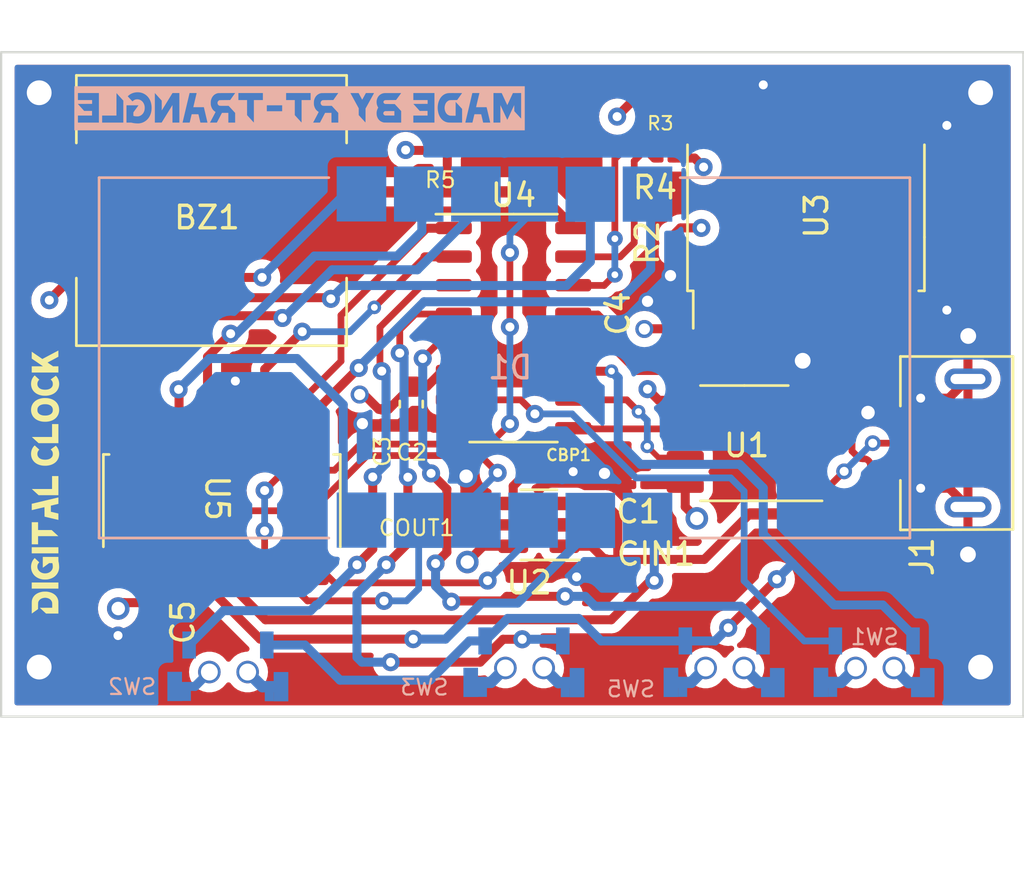
<source format=kicad_pcb>
(kicad_pcb (version 20221018) (generator pcbnew)
  (title_block (title "Digital  Clock") (date "2022-08-19") (rev "第七次修订") (company "Rt-trangel"))
  (layers (0 "F.Cu" signal) (1 "In1.Cu" power "GND.Cu") (2 "In2.Cu" power "POWER.Cu") (31 "B.Cu" signal) (34 "B.Paste" user) (35 "F.Paste" user) (36 "B.SilkS" user "B.Silkscreen") (37 "F.SilkS" user "F.Silkscreen") (38 "B.Mask" user) (39 "F.Mask" user) (44 "Edge.Cuts" user))
  (net 0 "")
  (net 1 "/P1.1")
  (net 2 "GND")
  (net 3 "VCC")
  (net 4 "/DIG1")
  (net 5 "/DIG4")
  (net 6 "/DIG2")
  (net 7 "/DIG3")
  (net 8 "/A")
  (net 9 "/B")
  (net 10 "/C")
  (net 11 "/D")
  (net 12 "/E")
  (net 13 "/F")
  (net 14 "/G")
  (net 15 "/DP")
  (net 16 "/UD-")
  (net 17 "/UD+")
  (net 18 "/~{INT2}")
  (net 19 "/P3.7")
  (net 20 "/P1.0")
  (net 21 "/P3.2")
  (net 22 "/P1.4")
  (net 23 "/P1.5")
  (net 24 "/P5.4")
  (net 25 "/RX")
  (net 26 "/TX")
  (net 27 "/P3.3")
  (net 28 "/P1.2")
  (net 29 "/P1.3")
  (net 30 "/P5.5")
  (net 31 "Net-(U2-BP)")
  (net 32 "Net-(J1-VBUS)")
  (footprint "Resistor_SMD:R_0201_0603Metric" (layer "F.Cu") (at 71.87 21.46)
    (fp_text reference "R3")
    (fp_text value "10K")
  )
  (footprint "Digital Clock:Buzzer1230" (layer "F.Cu") (at 52.75 30.93)
    (fp_text reference "BZ1")
    (fp_text value "Buzzer")
  )
  (footprint "Capacitor_SMD:C_0201_0603Metric" (layer "F.Cu") (at 50.01 44.16 -90)
    (fp_text reference "C5")
    (fp_text value "104")
  )
  (footprint "Capacitor_SMD:C_0201_0603Metric" (layer "F.Cu") (at 73.1 31.36 90)
    (fp_text reference "C4")
    (fp_text value "1uF")
  )
  (footprint "Capacitor_SMD:C_0201_0603Metric" (layer "F.Cu") (at 67.1068 38.0238)
    (fp_text reference "CBP1")
    (fp_text value "0.01uF")
  )
  (footprint "Capacitor_SMD:C_0603_1608Metric" (layer "F.Cu") (at 61.62 35.025 90)
    (fp_text reference "C2")
    (fp_text value "47uF")
  )
  (footprint "Digital Clock:TM1650" (layer "F.Cu") (at 56.01 38.26 -90)
    (fp_text reference "U5")
    (fp_text value "TM1650")
  )
  (footprint "LOGO" (layer "F.Cu") (at 45.38 38.47 90)
    (fp_text reference "G2" hide)
    (fp_text value "LOGO" hide)
  )
  (footprint "Capacitor_SMD:C_0201_0603Metric" (layer "F.Cu") (at 64.262 40.6654 -90)
    (fp_text reference "COUT1")
    (fp_text value "1uF")
  )
  (footprint "Resistor_SMD:R_0201_0603Metric" (layer "F.Cu") (at 72.91 24.1)
    (fp_text reference "R4")
    (fp_text value "10K")
  )
  (footprint "Package_TO_SOT_SMD:SOT-23-5" (layer "F.Cu") (at 67.2846 40.386 180)
    (fp_text reference "U2")
    (fp_text value "SGM2028")
  )
  (footprint "Digital Clock:USB" (layer "F.Cu") (at 86.2775 36.88 90)
    (fp_text reference "J1")
    (fp_text value "USB_B_Micro")
  )
  (footprint "Package_SO:STC_SOP-16_3.9x9.9mm_P1.27mm" (layer "F.Cu") (at 66.16 31.65)
    (fp_text reference "U4")
    (fp_text value "STC15W207S")
  )
  (footprint "Resistor_SMD:R_0201_0603Metric" (layer "F.Cu") (at 62.93 23.76)
    (fp_text reference "R5")
    (fp_text value "1650R")
  )
  (footprint "Capacitor_SMD:C_0201_0603Metric" (layer "F.Cu") (at 71.7 38.6 180)
    (fp_text reference "C1")
    (fp_text value "104")
  )
  (footprint "Capacitor_SMD:C_0201_0603Metric" (layer "F.Cu") (at 70.2056 42.2402 90)
    (fp_text reference "CIN1")
    (fp_text value "1uF")
  )
  (footprint "Package_SO:SOP-8_3.9x4.9mm_P1.27mm" (layer "F.Cu") (at 76.41 36.76 180)
    (fp_text reference "U1")
    (fp_text value "CH340N")
  )
  (footprint "Digital Clock:DS3231" (layer "F.Cu") (at 78.51 26.56 90)
    (fp_text reference "U3")
    (fp_text value "DS3231")
  )
  (footprint "Capacitor_SMD:C_0201_0603Metric" (layer "F.Cu") (at 60.37 35.575 90)
    (fp_text reference "C3")
    (fp_text value "0.1uF")
  )
  (footprint "Resistor_SMD:R_0201_0603Metric" (layer "F.Cu") (at 73.21 27.88 -90)
    (fp_text reference "R2")
    (fp_text value "10K")
  )
  (footprint "Digital Clock:Switch" (layer "B.Cu") (at 53.566 46.9)
    (fp_text reference "SW2")
    (fp_text value "SW_Push")
  )
  (footprint "Digital Clock:Switch" (layer "B.Cu") (at 75.6 46.72)
    (fp_text reference "SW5")
    (fp_text value "SW_Push")
  )
  (footprint "Digital Clock:Digital_tube" (layer "B.Cu") (at 67.56 26.49 180)
    (fp_text reference "D1")
    (fp_text value "Digital_tube")
  )
  (footprint "Digital Clock:Switch" (layer "B.Cu") (at 82.26 46.72)
    (fp_text reference "SW1")
    (fp_text value "SW_Push")
  )
  (footprint "Digital Clock:Switch" (layer "B.Cu") (at 66.71 46.72)
    (fp_text reference "SW3")
    (fp_text value "SW_Push")
  )
  (footprint "LOGO" (layer "B.Cu") (at 56.66 21.89 180)
    (fp_text reference "G1" hide)
    (fp_text value "LOGO" hide)
  )
  (gr_rect (start 43.41 19.4) (end 88.8 48.9) (stroke (width 0.1)) (fill none) (layer "Edge.Cuts"))
  (segment (start 58.4225 26.3475) (end 59.17 25.6) (width 0.5) (layer "F.Cu") (net 1))
  (segment (start 63.22 24) (end 63.22 25.575) (width 0.4) (layer "F.Cu") (net 1))
  (segment (start 68.71 27.11) (end 68.71 27.215) (width 0.5) (layer "F.Cu") (net 1))
  (segment (start 59.17 25.6) (end 67.2 25.6) (width 0.5) (layer "F.Cu") (net 1))
  (segment (start 46.4225 29.5275) (end 46.4225 26.3475) (width 0.4) (layer "F.Cu") (net 1))
  (segment (start 45.55 30.4) (end 46.4225 29.5275) (width 0.4) (layer "F.Cu") (net 1))
  (segment (start 45.55 30.41) (end 45.55 30.4) (width 0.4) (layer "F.Cu") (net 1))
  (segment (start 67.2 25.6) (end 68.71 27.11) (width 0.5) (layer "F.Cu") (net 1))
  (via (at 45.55 30.41) (size 0.8) (drill 0.4) (layers "F.Cu" "B.Cu") (net 1))
  (segment (start 73.1 29.35) (end 73.13 29.32) (width 0.4) (layer "F.Cu") (net 2))
  (segment (start 83.6775 35.46) (end 83.6775 36.11) (width 0.4) (layer "F.Cu") (net 2))
  (segment (start 61.525 35.895) (end 61.62 35.8) (width 0.4) (layer "F.Cu") (net 2))
  (segment (start 64.0588 38.227) (end 64.262 38.4302) (width 0.4) (layer "F.Cu") (net 2))
  (segment (start 79 33.1) (end 79.035 33.135) (width 0.4) (layer "F.Cu") (net 2))
  (segment (start 77.25 20.85) (end 77.245 20.855) (width 0.4) (layer "F.Cu") (net 2))
  (segment (start 85.4875 34.76) (end 86.3375 33.91) (width 0.4) (layer "F.Cu") (net 2))
  (segment (start 86.3375 32.0125) (end 86.3375 33.91) (width 0.4) (layer "F.Cu") (net 2))
  (segment (start 73.9 30.86) (end 73.1 30.06) (width 0.4) (layer "F.Cu") (net 2))
  (segment (start 70.7 38.6) (end 71.38 38.6) (width 0.4) (layer "F.Cu") (net 2))
  (segment (start 48.6 45.3) (end 49.19 45.3) (width 0.4) (layer "F.Cu") (net 2))
  (segment (start 53.81 34) (end 53.845 34.035) (width 0.5) (layer "F.Cu") (net 2))
  (segment (start 68.3815 40.3454) (end 68.4221 40.386) (width 0.4) (layer "F.Cu") (net 2))
  (segment (start 81.96 35.46) (end 83.6775 35.46) (width 0.4) (layer "F.Cu") (net 2))
  (segment (start 53.845 34.035) (end 53.845 36.36) (width 0.5) (layer "F.Cu") (net 2))
  (segment (start 78.515 22.61) (end 79.785 22.61) (width 0.4) (layer "F.Cu") (net 2))
  (segment (start 69.0982 42.5602) (end 70.2056 42.5602) (width 0.4) (layer "F.Cu") (net 2))
  (segment (start 86.3375 41.70026) (end 86.337907 41.700667) (width 0.4) (layer "F.Cu") (net 2))
  (segment (start 79.035 36.125) (end 79.035 34.855) (width 0.4) (layer "F.Cu") (net 2))
  (segment (start 61.63 35.81) (end 62.33 35.81) (width 0.4) (layer "F.Cu") (net 2))
  (segment (start 82.32 30.86) (end 83.59 30.86) (width 0.4) (layer "F.Cu") (net 2))
  (segment (start 79.78 30.86) (end 81.05 30.86) (width 0.4) (layer "F.Cu") (net 2))
  (segment (start 85.39 30.86) (end 85.4 30.85) (width 0.4) (layer "F.Cu") (net 2))
  (segment (start 86.3375 39.59) (end 86.3375 36.79) (width 0.4) (layer "F.Cu") (net 2))
  (segment (start 86.3375 33.91) (end 86.3375 36.79) (width 0.4) (layer "F.Cu") (net 2))
  (segment (start 74.7 30.86) (end 73.9 30.86) (width 0.4) (layer "F.Cu") (net 2))
  (segment (start 79.785 22.61) (end 81.055 22.61) (width 0.4) (layer "F.Cu") (net 2))
  (segment (start 62.615 36.095) (end 63.51 36.095) (width 0.4) (layer "F.Cu") (net 2))
  (segment (start 86.35 32) (end 86.3375 32.0125) (width 0.4) (layer "F.Cu") (net 2))
  (segment (start 85.36 22.61) (end 85.4 22.65) (width 0.4) (layer "F.Cu") (net 2))
  (segment (start 59.455 35.895) (end 60.37 35.895) (width 0.4) (layer "F.Cu") (net 2))
  (segment (start 86.3375 39.59) (end 86.3375 41.70026) (width 0.4) (layer "F.Cu") (net 2))
  (segment (start 79.035 33.135) (end 79.035 34.855) (width 0.4) (layer "F.Cu") (net 2))
  (segment (start 83.59 30.86) (end 85.39 30.86) (width 0.4) (layer "F.Cu") (net 2))
  (segment (start 72.11 30.46) (end 72.52 30.46) (width 0.4) (layer "F.Cu") (net 2))
  (segment (start 82.325 22.61) (end 83.595 22.61) (width 0.4) (layer "F.Cu") (net 2))
  (segment (start 49.19 45.3) (end 50.01 44.48) (width 0.4) (layer "F.Cu") (net 2))
  (segment (start 60.37 35.895) (end 61.525 35.895) (width 0.4) (layer "F.Cu") (net 2))
  (segment (start 73.1 30.06) (end 73.1 29.35) (width 0.4) (layer "F.Cu") (net 2))
  (segment (start 72.52 30.46) (end 73.1 31.04) (width 0.4) (layer "F.Cu") (net 2))
  (segment (start 81.05 30.86) (end 82.32 30.86) (width 0.4) (layer "F.Cu") (net 2))
  (segment (start 64.262 40.3454) (end 68.3815 40.3454) (width 0.4) (layer "F.Cu") (net 2))
  (segment (start 68.961 42.6974) (end 69.0982 42.5602) (width 0.4) (layer "F.Cu") (net 2))
  (segment (start 70.2 38.1) (end 70.7 38.6) (width 0.4) (layer "F.Cu") (net 2))
  (segment (start 84.2375 38.76) (end 85.5075 38.76) (width 0.4) (layer "F.Cu") (net 2))
  (segment (start 67.4268 38.0238) (end 68.8086 38.0238) (width 0.4) (layer "F.Cu") (net 2))
  (segment (start 84.2375 34.76) (end 85.4875 34.76) (width 0.4) (layer "F.Cu") (net 2))
  (segment (start 59.45 35.89) (end 59.455 35.895) (width 0.4) (layer "F.Cu") (net 2))
  (segment (start 62.33 35.81) (end 62.615 36.095) (width 0.4) (layer "F.Cu") (net 2))
  (segment (start 61.62 35.8) (end 61.63 35.81) (width 0.4) (layer "F.Cu") (net 2))
  (segment (start 85.5075 38.76) (end 86.3375 39.59) (width 0.4) (layer "F.Cu") (net 2))
  (segment (start 64.262 38.4302) (end 64.262 40.3454) (width 0.4) (layer "F.Cu") (net 2))
  (segment (start 83.595 22.61) (end 85.36 22.61) (width 0.4) (layer "F.Cu") (net 2))
  (segment (start 77.245 20.855) (end 77.245 22.61) (width 0.4) (layer "F.Cu") (net 2))
  (segment (start 81.055 22.61) (end 82.325 22.61) (width 0.4) (layer "F.Cu") (net 2))
  (via (at 72.11 30.46) (size 0.8) (drill 0.5) (layers "F.Cu" "B.Cu") (net 2))
  (via (at 85.4 22.65) (size 0.8) (drill 0.4) (layers "F.Cu" "B.Cu") (net 2))
  (via (at 70.2 38.1) (size 0.8) (drill 0.5) (layers "F.Cu" "B.Cu") (net 2))
  (via (at 86.9 21.199999) (size 2) (drill 1.1) (layers "F.Cu" "B.Cu") (net 2))
  (via (at 79 33.1) (size 1.2) (drill 0.7) (layers "F.Cu" "B.Cu") (net 2))
  (via (at 64.0588 38.227) (size 1) (drill 0.6) (layers "F.Cu" "B.Cu") (net 2))
  (via (at 81.9 35.4) (size 1) (drill 0.6) (layers "F.Cu" "B.Cu") (net 2))
  (via (at 68.8086 38.0238) (size 0.8) (drill 0.4) (layers "F.Cu" "B.Cu") (net 2))
  (via (at 48.6 45.3) (size 0.8) (drill 0.4) (layers "F.Cu" "B.Cu") (net 2))
  (via (at 86.35 32) (size 1.2) (drill 0.7) (layers "F.Cu" "B.Cu") (net 2))
  (via (at 68.961 42.6974) (size 0.8) (drill 0.4) (layers "F.Cu" "B.Cu") (net 2))
  (via (at 86.337907 41.700667) (size 1.2) (drill 0.7) (layers "F.Cu" "B.Cu") (net 2))
  (via (at 45.1 46.7) (size 2) (drill 1.1) (layers "F.Cu" "B.Cu") (net 2))
  (via (at 59.45 35.89) (size 0.8) (drill 0.5) (layers "F.Cu" "B.Cu") (net 2))
  (via (at 73.13 29.32) (size 0.8) (drill 0.5) (layers "F.Cu" "B.Cu") (net 2))
  (via (at 86.9 46.7) (size 2) (drill 1.1) (layers "F.Cu" "B.Cu") (net 2))
  (via (at 45.1 21.2) (size 2) (drill 1.1) (layers "F.Cu" "B.Cu") (net 2))
  (via (at 53.81 34) (size 0.8) (drill 0.4) (layers "F.Cu" "B.Cu") (net 2))
  (via (at 85.4 30.85) (size 0.8) (drill 0.4) (layers "F.Cu" "B.Cu") (net 2))
  (via (at 77.25 20.85) (size 0.8) (drill 0.4) (layers "F.Cu" "B.Cu") (net 2))
  (segment (start 74.05 47.38) (end 74.69 46.74) (width 0.5) (layer "B.Cu") (net 2))
  (segment (start 64.26 47.38) (end 65.16 47.38) (width 0.5) (layer "B.Cu") (net 2))
  (segment (start 51.116 47.56) (end 52.016 47.56) (width 0.4) (layer "B.Cu") (net 2))
  (segment (start 55.836 47.57) (end 55.006 47.57) (width 0.5) (layer "B.Cu") (net 2))
  (segment (start 68.98 47.39) (end 68.15 47.39) (width 0.5) (layer "B.Cu") (net 2))
  (segment (start 77.04 47.39) (end 76.39 46.74) (width 0.5) (layer "B.Cu") (net 2))
  (segment (start 52.016 47.56) (end 52.656 46.92) (width 0.4) (layer "B.Cu") (net 2))
  (segment (start 65.16 47.38) (end 65.8 46.74) (width 0.5) (layer "B.Cu") (net 2))
  (segment (start 52.61 46.68) (end 52.67 46.68) (width 0.4) (layer "B.Cu") (net 2))
  (segment (start 68.15 47.39) (end 67.5 46.74) (width 0.5) (layer "B.Cu") (net 2))
  (segment (start 55.006 47.57) (end 54.356 46.92) (width 0.5) (layer "B.Cu") (net 2))
  (segment (start 73.15 47.38) (end 74.05 47.38) (width 0.5) (layer "B.Cu") (net 2))
  (segment (start 79.81 47.38) (end 80.71 47.38) (width 0.5) (layer "B.Cu") (net 2))
  (segment (start 84.53 47.39) (end 83.7 47.39) (width 0.5) (layer "B.Cu") (net 2))
  (segment (start 77.87 47.39) (end 77.04 47.39) (width 0.5) (layer "B.Cu") (net 2))
  (segment (start 80.71 47.38) (end 81.35 46.74) (width 0.5) (layer "B.Cu") (net 2))
  (segment (start 83.7 47.39) (end 83.05 46.74) (width 0.5) (layer "B.Cu") (net 2))
  (segment (start 73.72 38.6) (end 73.785 38.665) (width 0.4) (layer "F.Cu") (net 3))
  (segment (start 61.39 23.76) (end 62.61 23.76) (width 0.4) (layer "F.Cu") (net 3))
  (segment (start 62.31 34.25) (end 61.62 34.25) (width 0.4) (layer "F.Cu") (net 3))
  (segment (start 59.52 34.6) (end 60.175 35.255) (width 0.4) (layer "F.Cu") (net 3))
  (segment (start 50.01 43.84) (end 50.01 42.28) (width 0.4) (layer "F.Cu") (net 3))
  (segment (start 70.76 22.26) (end 70.76 22.25) (width 0.4) (layer "F.Cu") (net 3))
  (segment (start 74.3 40.1) (end 73.785 39.585) (width 0.4) (layer "F.Cu") (net 3))
  (segment (start 64.8106 41.336) (end 64.1096 42.037) (width 0.4) (layer "F.Cu") (net 3))
  (segment (start 70.76 22.25) (end 71.51 21.5) (width 0.4) (layer "F.Cu") (net 3))
  (segment (start 75.27 32.43) (end 73.22 32.43) (width 0.4) (layer "F.Cu") (net 3))
  (segment (start 73.21 27.56) (end 73.57 27.2) (width 0.4) (layer "F.Cu") (net 3))
  (segment (start 75.97 31.73) (end 75.27 32.43) (width 0.4) (layer "F.Cu") (net 3))
  (segment (start 73.1 31.68) (end 71.98 31.68) (width 0.4) (layer "F.Cu") (net 3))
  (segment (start 73.785 39.585) (end 73.785 38.665) (width 0.4) (layer "F.Cu") (net 3))
  (segment (start 73.57 27.2) (end 74.5 27.2) (width 0.4) (layer "F.Cu") (net 3))
  (segment (start 60.37 35.255) (end 60.615 35.255) (width 0.4) (layer "F.Cu") (net 3))
  (segment (start 74.2 24.1) (end 74.6 24.5) (width 0.4) (layer "F.Cu") (net 3))
  (segment (start 60.175 35.255) (end 60.37 35.255) (width 0.4) (layer "F.Cu") (net 3))
  (segment (start 73.22 32.43) (end 73.1 32.31) (width 0.4) (layer "F.Cu") (net 3))
  (segment (start 48.61 44.1) (end 48.87 43.84) (width 0.4) (layer "F.Cu") (net 3))
  (segment (start 50.01 42.28) (end 50.03 42.26) (width 0.4) (layer "F.Cu") (net 3))
  (segment (start 61.37 23.74) (end 61.39 23.76) (width 0.4) (layer "F.Cu") (net 3))
  (segment (start 48.87 43.84) (end 50.01 43.84) (width 0.4) (layer "F.Cu") (net 3))
  (segment (start 59.33 34.6) (end 59.52 34.6) (width 0.4) (layer "F.Cu") (net 3))
  (segment (start 73.23 24.1) (end 74.2 24.1) (width 0.4) (layer "F.Cu") (net 3))
  (segment (start 75.97 31.73) (end 75.97 30.86) (width 0.4) (layer "F.Cu") (net 3))
  (segment (start 72.605 34.855) (end 73.785 34.855) (width 0.4) (layer "F.Cu") (net 3))
  (segment (start 73.1 32.31) (end 73.1 31.68) (width 0.4) (layer "F.Cu") (net 3))
  (segment (start 66.1471 41.336) (end 64.8106 41.336) (width 0.4) (layer "F.Cu") (net 3))
  (segment (start 63.005 33.555) (end 62.31 34.25) (width 0.4) (layer "F.Cu") (net 3))
  (segment (start 60.615 35.255) (end 61.62 34.25) (width 0.4) (layer "F.Cu") (net 3))
  (segment (start 64.262 40.9854) (end 64.46 40.9854) (width 0.4) (layer "F.Cu") (net 3))
  (segment (start 72.02 38.6) (end 73.72 38.6) (width 0.4) (layer "F.Cu") (net 3))
  (segment (start 72.11 34.36) (end 72.605 34.855) (width 0.4) (layer "F.Cu") (net 3))
  (segment (start 64.46 40.9854) (end 64.8106 41.336) (width 0.4) (layer "F.Cu") (net 3))
  (segment (start 63.51 33.555) (end 63.005 33.555) (width 0.4) (layer "F.Cu") (net 3))
  (segment (start 71.98 31.68) (end 71.97 31.69) (width 0.4) (layer "F.Cu") (net 3))
  (via (at 64.1096 42.037) (size 1) (drill 0.6) (layers "F.Cu" "B.Cu") (net 3))
  (via (at 48.61 44.1) (size 1) (drill 0.6) (layers "F.Cu" "B.Cu") (net 3))
  (via (at 72.11 34.36) (size 0.8) (drill 0.4) (layers "F.Cu" "B.Cu") (net 3))
  (via (at 74.5 27.2) (size 0.8) (drill 0.4) (layers "F.Cu" "B.Cu") (net 3))
  (via (at 59.33 34.6) (size 0.8) (drill 0.5) (layers "F.Cu" "B.Cu") (net 3))
  (via (at 71.97 31.69) (size 0.8) (drill 0.5) (layers "F.Cu" "B.Cu") (net 3))
  (via (at 70.76 22.26) (size 0.8) (drill 0.4) (layers "F.Cu" "B.Cu") (net 3))
  (via (at 74.6 24.5) (size 0.8) (drill 0.4) (layers "F.Cu" "B.Cu") (net 3))
  (via (at 74.3 40.1) (size 1) (drill 0.6) (layers "F.Cu" "B.Cu") (net 3))
  (via (at 61.37 23.74) (size 0.8) (drill 0.4) (layers "F.Cu" "B.Cu") (net 3))
  (segment (start 57.66 35.05) (end 57.66 36.36) (width 0.4) (layer "F.Cu") (net 4))
  (segment (start 59.29 33.42) (end 57.66 35.05) (width 0.4) (layer "F.Cu") (net 4))
  (via (at 59.29 33.42) (size 0.8) (drill 0.4) (layers "F.Cu" "B.Cu") (net 4))
  (segment (start 62.19 30.48) (end 70.8 30.48) (width 0.4) (layer "B.Cu") (net 4))
  (segment (start 72.25 29.03) (end 72.25 25.73) (width 0.4) (layer "B.Cu") (net 4))
  (segment (start 70.8 30.48) (end 72.25 29.03) (width 0.4) (layer "B.Cu") (net 4))
  (segment (start 59.29 33.42) (end 59.29 33.38) (width 0.4) (layer "B.Cu") (net 4))
  (segment (start 59.29 33.38) (end 62.19 30.48) (width 0.4) (layer "B.Cu") (net 4))
  (segment (start 55.9 31.2) (end 55.8 31.1) (width 0.4) (layer "F.Cu") (net 5))
  (segment (start 52.79 31.1) (end 50.06 33.83) (width 0.4) (layer "F.Cu") (net 5))
  (segment (start 50.06 33.83) (end 50.06 36.36) (width 0.4) (layer "F.Cu") (net 5))
  (segment (start 55.8 31.1) (end 52.79 31.1) (width 0.4) (layer "F.Cu") (net 5))
  (via (at 55.9 31.2) (size 0.8) (drill 0.4) (layers "F.Cu" "B.Cu") (net 5))
  (segment (start 55.97 31.2) (end 58.11 29.06) (width 0.4) (layer "B.Cu") (net 5))
  (segment (start 55.9 31.2) (end 55.97 31.2) (width 0.4) (layer "B.Cu") (net 5))
  (segment (start 64.63 26.32) (end 64.63 25.725) (width 0.4) (layer "B.Cu") (net 5))
  (segment (start 61.89 29.06) (end 64.63 26.32) (width 0.4) (layer "B.Cu") (net 5))
  (segment (start 58.11 29.06) (end 61.89 29.06) (width 0.4) (layer "B.Cu") (net 5))
  (segment (start 53.6 31.9) (end 52.575 32.925) (width 0.4) (layer "F.Cu") (net 6))
  (segment (start 52.575 32.925) (end 52.575 36.36) (width 0.4) (layer "F.Cu") (net 6))
  (via (at 53.6 31.9) (size 0.8) (drill 0.4) (layers "F.Cu" "B.Cu") (net 6))
  (segment (start 53.6 31.9) (end 53.87 31.9) (width 0.4) (layer "B.Cu") (net 6))
  (segment (start 53.87 31.9) (end 57.32 28.45) (width 0.4) (layer "B.Cu") (net 6))
  (segment (start 62.09 27.355) (end 62.09 25.73) (width 0.4) (layer "B.Cu") (net 6))
  (segment (start 60.995 28.45) (end 62.09 27.355) (width 0.4) (layer "B.Cu") (net 6))
  (segment (start 57.32 28.45) (end 60.995 28.45) (width 0.4) (layer "B.Cu") (net 6))
  (segment (start 51.31 34.39) (end 51.29 34.37) (width 0.4) (layer "F.Cu") (net 7))
  (segment (start 51.31 36.355) (end 51.31 34.39) (width 0.4) (layer "F.Cu") (net 7))
  (segment (start 51.305 36.36) (end 51.31 36.355) (width 0.4) (layer "F.Cu") (net 7))
  (via (at 51.29 34.37) (size 0.8) (drill 0.4) (layers "F.Cu" "B.Cu") (net 7))
  (segment (start 58.6 39.255) (end 59.55 40.205) (width 0.4) (layer "B.Cu") (net 7))
  (segment (start 52.66 33) (end 56.55 33) (width 0.4) (layer "B.Cu") (net 7))
  (segment (start 58.6 35.05) (end 58.6 39.255) (width 0.4) (layer "B.Cu") (net 7))
  (segment (start 51.29 34.37) (end 52.66 33) (width 0.4) (layer "B.Cu") (net 7))
  (segment (start 56.55 33) (end 58.6 35.05) (width 0.4) (layer "B.Cu") (net 7))
  (segment (start 58 30.3) (end 52.48 30.3) (width 0.4) (layer "F.Cu") (net 8))
  (segment (start 58.05 30.35) (end 58 30.3) (width 0.4) (layer "F.Cu") (net 8))
  (segment (start 48.765 34.015) (end 48.765 36.36) (width 0.4) (layer "F.Cu") (net 8))
  (segment (start 52.48 30.3) (end 48.765 34.015) (width 0.4) (layer "F.Cu") (net 8))
  (via (at 58.05 30.35) (size 0.8) (drill 0.4) (layers "F.Cu" "B.Cu") (net 8))
  (segment (start 68.51 29.76) (end 69.57 28.7) (width 0.4) (layer "B.Cu") (net 8))
  (segment (start 69.57 28.7) (end 69.57 25.705) (width 0.4) (layer "B.Cu") (net 8))
  (segment (start 58.05 30.35) (end 58.64 29.76) (width 0.4) (layer "B.Cu") (net 8))
  (segment (start 58.64 29.76) (end 68.51 29.76) (width 0.4) (layer "B.Cu") (net 8))
  (segment (start 55 29.4) (end 52.36 29.4) (width 0.4) (layer "F.Cu") (net 9))
  (segment (start 52.36 29.4) (end 47.08 34.68) (width 0.4) (layer "F.Cu") (net 9))
  (segment (start 47.08 40.58) (end 48.76 42.26) (width 0.4) (layer "F.Cu") (net 9))
  (segment (start 47.08 34.68) (end 47.08 40.58) (width 0.4) (layer "F.Cu") (net 9))
  (via (at 55 29.4) (size 0.8) (drill 0.4) (layers "F.Cu" "B.Cu") (net 9))
  (segment (start 58.68 25.69) (end 59.41 25.69) (width 0.4) (layer "B.Cu") (net 9))
  (segment (start 55 29.37) (end 58.68 25.69) (width 0.4) (layer "B.Cu") (net 9))
  (segment (start 55 29.4) (end 55 29.37) (width 0.4) (layer "B.Cu") (net 9))
  (segment (start 59.66 37.31) (end 57.21 39.76) (width 0.3) (layer "F.Cu") (net 10))
  (segment (start 65.4558 38.0746) (end 64.6912 37.31) (width 0.3) (layer "F.Cu") (net 10))
  (segment (start 64.6912 37.31) (end 59.66 37.31) (width 0.3) (layer "F.Cu") (net 10))
  (segment (start 57.21 39.76) (end 52.41 39.76) (width 0.3) (layer "F.Cu") (net 10))
  (segment (start 51.3 40.87) (end 51.3 42.26) (width 0.3) (layer "F.Cu") (net 10))
  (segment (start 52.41 39.76) (end 51.3 40.87) (width 0.3) (layer "F.Cu") (net 10))
  (via (at 65.4558 38.0746) (size 0.8) (drill 0.4) (layers "F.Cu" "B.Cu") (net 10))
  (segment (start 65.4558 38.0746) (end 64.49 39.0404) (width 0.3) (layer "B.Cu") (net 10))
  (segment (start 64.49 39.0404) (end 64.49 40.18) (width 0.3) (layer "B.Cu") (net 10))
  (segment (start 52.57 43.12) (end 52.57 42.26) (width 0.4) (layer "F.Cu") (net 11))
  (segment (start 61.71 45.46) (end 54.91 45.46) (width 0.4) (layer "F.Cu") (net 11))
  (segment (start 54.91 45.46) (end 52.57 43.12) (width 0.4) (layer "F.Cu") (net 11))
  (via (at 61.71 45.46) (size 0.8) (drill 0.4) (layers "F.Cu" "B.Cu") (net 11))
  (segment (start 61.71 45.46) (end 63.14 45.46) (width 0.4) (layer "B.Cu") (net 11))
  (segment (start 66.34 43.86) (end 69.57 40.63) (width 0.4) (layer "B.Cu") (net 11))
  (segment (start 63.14 45.46) (end 64.74 43.86) (width 0.4) (layer "B.Cu") (net 11))
  (segment (start 64.74 43.86) (end 66.34 43.86) (width 0.4) (layer "B.Cu") (net 11))
  (segment (start 70.5 44.6) (end 55.15 44.6) (width 0.4) (layer "F.Cu") (net 12))
  (segment (start 72.24 42.86) (end 70.5 44.6) (width 0.4) (layer "F.Cu") (net 12))
  (segment (start 72.41 42.86) (end 72.24 42.86) (width 0.4) (layer "F.Cu") (net 12))
  (segment (start 55.15 44.6) (end 53.84 43.29) (width 0.4) (layer "F.Cu") (net 12))
  (segment (start 53.84 43.29) (end 53.84 42.26) (width 0.4) (layer "F.Cu") (net 12))
  (via (at 72.41 42.86) (size 0.8) (drill 0.4) (layers "F.Cu" "B.Cu") (net 12))
  (segment (start 72.41 42.86) (end 72.41 40.485) (width 0.4) (layer "B.Cu") (net 12))
  (segment (start 72.41 40.485) (end 72.11 40.185) (width 0.4) (layer "B.Cu") (net 12))
  (segment (start 66 28.3) (end 66 31.6) (width 0.3) (layer "F.Cu") (net 13))
  (segment (start 55.11 42.26) (end 55.11 40.66) (width 0.3) (layer "F.Cu") (net 13))
  (segment (start 66 35.9) (end 65.1 36.8) (width 0.3) (layer "F.Cu") (net 13))
  (segment (start 59.37 36.8) (end 58.21 37.96) (width 0.3) (layer "F.Cu") (net 13))
  (segment (start 65.1 36.8) (end 59.37 36.8) (width 0.3) (layer "F.Cu") (net 13))
  (segment (start 58.21 37.96) (end 56.01 37.96) (width 0.3) (layer "F.Cu") (net 13))
  (segment (start 56.01 37.96) (end 55.11 38.86) (width 0.3) (layer "F.Cu") (net 13))
  (via (at 66 28.3) (size 0.8) (drill 0.4) (layers "F.Cu" "B.Cu") (net 13))
  (via (at 66 31.6) (size 0.8) (drill 0.4) (layers "F.Cu" "B.Cu") (net 13))
  (via (at 55.11 38.86) (size 0.8) (drill 0.4) (layers "F.Cu" "B.Cu") (net 13))
  (via (at 55.11 40.66) (size 0.8) (drill 0.4) (layers "F.Cu" "B.Cu") (net 13))
  (via (at 66 35.9) (size 0.8) (drill 0.4) (layers "F.Cu" "B.Cu") (net 13))
  (segment (start 55.11 40.66) (end 55.11 38.86) (width 0.3) (layer "B.Cu") (net 13))
  (segment (start 67.03 26.47) (end 67.03 25.695) (width 0.3) (layer "B.Cu") (net 13))
  (segment (start 66 27.5) (end 67.03 26.47) (width 0.3) (layer "B.Cu") (net 13))
  (segment (start 66 28.3) (end 66 27.5) (width 0.3) (layer "B.Cu") (net 13))
  (segment (start 66 35.9) (end 66 31.6) (width 0.3) (layer "B.Cu") (net 13))
  (segment (start 60.41 43.76) (end 57.01 43.76) (width 0.3) (layer "F.Cu") (net 14))
  (segment (start 56.38 43.13) (end 56.38 42.26) (width 0.3) (layer "F.Cu") (net 14))
  (segment (start 57.01 43.76) (end 56.38 43.13) (width 0.3) (layer "F.Cu") (net 14))
  (via (at 60.41 43.76) (size 0.8) (drill 0.4) (layers "F.Cu" "B.Cu") (net 14))
  (segment (start 60.41 43.76) (end 61.41 43.76) (width 0.3) (layer "B.Cu") (net 14))
  (segment (start 61.95 43.22) (end 61.95 40.185) (width 0.3) (layer "B.Cu") (net 14))
  (segment (start 61.41 43.76) (end 61.95 43.22) (width 0.3) (layer "B.Cu") (net 14))
  (segment (start 64.91 42.96) (end 58.21 42.96) (width 0.3) (layer "F.Cu") (net 15))
  (segment (start 57.65 42.4) (end 57.65 42.26) (width 0.3) (layer "F.Cu") (net 15))
  (segment (start 65.01 42.86) (end 64.91 42.96) (width 0.3) (layer "F.Cu") (net 15))
  (segment (start 58.21 42.96) (end 57.65 42.4) (width 0.3) (layer "F.Cu") (net 15))
  (via (at 65.01 42.86) (size 0.8) (drill 0.4) (layers "F.Cu" "B.Cu") (net 15))
  (segment (start 65.01 42.86) (end 67.03 40.84) (width 0.3) (layer "B.Cu") (net 15))
  (segment (start 67.03 40.84) (end 67.03 40.18) (width 0.3) (layer "B.Cu") (net 15))
  (segment (start 80.35 36.79) (end 80.34 36.79) (width 0.3) (layer "F.Cu") (net 16))
  (segment (start 82.82 37.41) (end 82.61 37.62) (width 0.3) (layer "F.Cu") (net 16))
  (segment (start 81.71 37.45) (end 81.66 37.45) (width 0.3) (layer "F.Cu") (net 16))
  (segment (start 81.19 37.11014) (end 81.19 36.25) (width 0.3) (layer "F.Cu") (net 16))
  (segment (start 79.735 37.395) (end 79.035 37.395) (width 0.3) (layer "F.Cu") (net 16))
  (segment (start 82.61 37.62) (end 82.61 38.1) (width 0.3) (layer "F.Cu") (net 16))
  (segment (start 80.34 36.79) (end 79.735 37.395) (width 0.3) (layer "F.Cu") (net 16))
  (segment (start 80.592882 36.1909) (end 80.592882 36.547118) (width 0.3) (layer "F.Cu") (net 16))
  (segment (start 80.592882 36.547118) (end 80.35 36.79) (width 0.3) (layer "F.Cu") (net 16))
  (segment (start 82.01 38.1) (end 82.01 37.75) (width 0.3) (layer "F.Cu") (net 16))
  (segment (start 81.423468 37.343608) (end 81.19 37.11014) (width 0.3) (layer "F.Cu") (net 16))
  (segment (start 83.6775 37.41) (end 82.82 37.41) (width 0.3) (layer "F.Cu") (net 16))
  (arc (start 83.21 37.4) (mid 83.224645 37.435355) (end 83.26 37.45) (width 0.3) (layer "F.Cu") (net 16))
  (arc (start 81.66 37.45) (mid 81.530373 37.422806) (end 81.423468 37.343608) (width 0.3) (layer "F.Cu") (net 16))
  (arc (start 82.01 37.75) (mid 81.922132 37.537868) (end 81.71 37.45) (width 0.3) (layer "F.Cu") (net 16))
  (arc (start 81.19 36.25) (mid 81.102132 36.037868) (end 80.89 35.95) (width 0.3) (layer "F.Cu") (net 16))
  (arc (start 82.61 38.1) (mid 82.522132 38.312132) (end 82.31 38.4) (width 0.3) (layer "F.Cu") (net 16))
  (arc (start 82.31 38.4) (mid 82.097868 38.312132) (end 82.01 38.1) (width 0.3) (layer "F.Cu") (net 16))
  (arc (start 80.89 35.95) (mid 80.699682 36.018097) (end 80.592882 36.1909) (width 0.3) (layer "F.Cu") (net 16))
  (arc (start 83.16 37.35) (mid 83.195355 37.364645) (end 83.21 37.4) (width 0.3) (layer "F.Cu") (net 16))
  (segment (start 79.035 38.665) (end 80.185 38.665) (width 0.3) (layer "F.Cu") (net 17))
  (segment (start 80.185 38.665) (end 80.84 38.01) (width 0.3) (layer "F.Cu") (net 17))
  (segment (start 82.11 36.76) (end 83.6775 36.76) (width 0.3) (layer "F.Cu") (net 17))
  (via (at 82.11 36.76) (size 0.7) (drill 0.4) (layers "F.Cu" "B.Cu") (net 17))
  (via (at 80.84 38.01) (size 0.7) (drill 0.4) (layers "F.Cu" "B.Cu") (net 17))
  (segment (start 82.09 36.76) (end 82.11 36.76) (width 0.3) (layer "B.Cu") (net 17))
  (segment (start 80.84 38.01) (end 82.09 36.76) (width 0.3) (layer "B.Cu") (net 17))
  (segment (start 77.24 30.86) (end 77.24 31.27) (width 0.3) (layer "F.Cu") (net 18))
  (segment (start 71.92 33.04) (end 69.905 31.025) (width 0.3) (layer "F.Cu") (net 18))
  (segment (start 69.905 31.025) (end 68.71 31.025) (width 0.3) (layer "F.Cu") (net 18))
  (segment (start 77.24 29.44) (end 77.24 30.86) (width 0.4) (layer "F.Cu") (net 18))
  (segment (start 76 28.2) (end 77.24 29.44) (width 0.4) (layer "F.Cu") (net 18))
  (segment (start 77.24 31.27) (end 75.47 33.04) (width 0.3) (layer "F.Cu") (net 18))
  (segment (start 73.21 28.2) (end 76 28.2) (width 0.4) (layer "F.Cu") (net 18))
  (segment (start 75.47 33.04) (end 71.92 33.04) (width 0.3) (layer "F.Cu") (net 18))
  (segment (start 70.185 29.755) (end 68.71 29.755) (width 0.3) (layer "F.Cu") (net 19))
  (segment (start 75.975 21.945) (end 75.975 22.61) (width 0.3) (layer "F.Cu") (net 19))
  (segment (start 73.74 21.06) (end 75.09 21.06) (width 0.3) (layer "F.Cu") (net 19))
  (segment (start 73.34 21.46) (end 73.35 21.45) (width 0.3) (layer "F.Cu") (net 19))
  (segment (start 70.66 27.68) (end 70.66 24.14) (width 0.3) (layer "F.Cu") (net 19))
  (segment (start 70.66 24.14) (end 73.35 21.45) (width 0.3) (layer "F.Cu") (net 19))
  (segment (start 73.35 21.45) (end 73.74 21.06) (width 0.3) (layer "F.Cu") (net 19))
  (segment (start 70.66 29.28) (end 70.185 29.755) (width 0.3) (layer "F.Cu") (net 19))
  (segment (start 75.09 21.06) (end 75.975 21.945) (width 0.3) (layer "F.Cu") (net 19))
  (segment (start 72.19 21.46) (end 73.34 21.46) (width 0.3) (layer "F.Cu") (net 19))
  (via (at 70.66 29.28) (size 0.7) (drill 0.3) (layers "F.Cu" "B.Cu") (net 19))
  (via (at 70.66 27.68) (size 0.7) (drill 0.3) (layers "F.Cu" "B.Cu") (net 19))
  (segment (start 70.66 27.68) (end 70.66 29.28) (width 0.3) (layer "B.Cu") (net 19))
  (segment (start 72.05 23.7) (end 71.52 24.23) (width 0.3) (layer "F.Cu") (net 20))
  (segment (start 72.42 24.1) (end 72.05 23.73) (width 0.4) (layer "F.Cu") (net 20))
  (segment (start 73.14 22.61) (end 72.05 23.7) (width 0.3) (layer "F.Cu") (net 20))
  (segment (start 72.05 23.73) (end 72.05 23.7) (width 0.3) (layer "F.Cu") (net 20))
  (segment (start 71.52 27.86) (end 70.895 28.485) (width 0.3) (layer "F.Cu") (net 20))
  (segment (start 70.895 28.485) (end 68.71 28.485) (width 0.3) (layer "F.Cu") (net 20))
  (segment (start 74.705 22.61) (end 73.14 22.61) (width 0.3) (layer "F.Cu") (net 20))
  (segment (start 71.52 24.23) (end 71.52 27.86) (width 0.3) (layer "F.Cu") (net 20))
  (segment (start 72.59 24.1) (end 72.42 24.1) (width 0.4) (layer "F.Cu") (net 20))
  (segment (start 70.51 33.56) (end 70.505 33.565) (width 0.4) (layer "F.Cu") (net 21))
  (segment (start 70.505 33.565) (end 68.71 33.565) (width 0.4) (layer "F.Cu") (net 21))
  (segment (start 75.692 44.958) (end 77.851 42.799) (width 0.4) (layer "F.Cu") (net 21))
  (via (at 77.851 42.799) (size 0.8) (drill 0.4) (layers "F.Cu" "B.Cu") (net 21))
  (via (at 70.51 33.56) (size 0.6) (drill 0.3) (layers "F.Cu" "B.Cu") (net 21))
  (via (at 75.692 44.958) (size 0.8) (drill 0.4) (layers "F.Cu" "B.Cu") (net 21))
  (segment (start 62.458 47.282) (end 58.458 47.282) (width 0.4) (layer "B.Cu") (net 21))
  (segment (start 64.9 45.54) (end 64.2 45.54) (width 0.4) (layer "B.Cu") (net 21))
  (segment (start 76.2 37.7) (end 71.8 37.7) (width 0.4) (layer "B.Cu") (net 21))
  (segment (start 71.8 37.7) (end 70.81 36.71) (width 0.4) (layer "B.Cu") (net 21))
  (segment (start 77.25 38.75) (end 76.2 37.7) (width 0.4) (layer "B.Cu") (net 21))
  (segment (start 80.392 43.942) (end 82.55 43.942) (width 0.4) (layer "B.Cu") (net 21))
  (segment (start 75.11 45.54) (end 73.79 45.54) (width 0.4) (layer "B.Cu") (net 21))
  (segment (start 70.81 33.86) (end 70.51 33.56) (width 0.4) (layer "B.Cu") (net 21))
  (segment (start 77.25 40.8) (end 77.25 38.75) (width 0.4) (layer "B.Cu") (net 21))
  (segment (start 70.05 45.54) (end 69.05 44.54) (width 0.4) (layer "B.Cu") (net 21))
  (segment (start 77.25 40.8) (end 78.55 42.1) (width 0.4) (layer "B.Cu") (net 21))
  (segment (start 78.55 42.1) (end 80.392 43.942) (width 0.4) (layer "B.Cu") (net 21))
  (segment (start 73.79 45.54) (end 70.05 45.54) (width 0.4) (layer "B.Cu") (net 21))
  (segment (start 69.05 44.54) (end 65.9 44.54) (width 0.4) (layer "B.Cu") (net 21))
  (segment (start 65.9 44.54) (end 64.9 45.54) (width 0.4) (layer "B.Cu") (net 21))
  (segment (start 75.692 44.958) (end 75.11 45.54) (width 0.4) (layer "B.Cu") (net 21))
  (segment (start 82.55 43.942) (end 83.9 45.292) (width 0.4) (layer "B.Cu") (net 21))
  (segment (start 56.896 45.72) (end 55.206 45.72) (width 0.4) (layer "B.Cu") (net 21))
  (segment (start 83.9 45.292) (end 83.9 45.54) (width 0.4) (layer "B.Cu") (net 21))
  (segment (start 58.458 47.282) (end 56.896 45.72) (width 0.4) (layer "B.Cu") (net 21))
  (segment (start 64.2 45.54) (end 62.458 47.282) (width 0.4) (layer "B.Cu") (net 21))
  (segment (start 77.851 42.799) (end 78.55 42.1) (width 0.4) (layer "B.Cu") (net 21))
  (segment (start 70.81 36.71) (end 70.81 33.86) (width 0.4) (layer "B.Cu") (net 21))
  (segment (start 60.23 33.71) (end 60.31 33.63) (width 0.4) (layer "F.Cu") (net 22))
  (segment (start 63.71 29.755) (end 62.085 29.755) (width 0.3) (layer "F.Cu") (net 22))
  (segment (start 60.31 33.63) (end 60.31 33.56) (width 0.4) (layer "F.Cu") (net 22))
  (segment (start 60.23 31.61) (end 60.23 33.71) (width 0.3) (layer "F.Cu") (net 22))
  (segment (start 59.91 41.46) (end 59.21 42.16) (width 0.4) (layer "F.Cu") (net 22))
  (segment (start 62.085 29.755) (end 60.23 31.61) (width 0.3) (layer "F.Cu") (net 22))
  (segment (start 59.91 38.26) (end 59.91 41.46) (width 0.4) (layer "F.Cu") (net 22))
  (via (at 59.21 42.16) (size 0.8) (drill 0.4) (layers "F.Cu" "B.Cu") (net 22))
  (via (at 60.31 33.56) (size 0.8) (drill 0.4) (layers "F.Cu" "B.Cu") (net 22))
  (via (at 59.91 38.26) (size 0.8) (drill 0.4) (layers "F.Cu" "B.Cu") (net 22))
  (segment (start 57.15 44.196) (end 57.404 43.942) (width 0.4) (layer "B.Cu") (net 22))
  (segment (start 57.458 43.942) (end 59.21 42.19) (width 0.4) (layer "B.Cu") (net 22))
  (segment (start 51.756 45.72) (end 53.28 44.196) (width 0.4) (layer "B.Cu") (net 22))
  (segment (start 59.21 42.19) (end 59.21 42.16) (width 0.4) (layer "B.Cu") (net 22))
  (segment (start 60.5 37.67) (end 60.5 33.75) (width 0.4) (layer "B.Cu") (net 22))
  (segment (start 57.404 43.942) (end 57.458 43.942) (width 0.4) (layer "B.Cu") (net 22))
  (segment (start 59.91 38.26) (end 60.5 37.67) (width 0.4) (layer "B.Cu") (net 22))
  (segment (start 53.28 44.196) (end 57.15 44.196) (width 0.4) (layer "B.Cu") (net 22))
  (segment (start 60.5 33.75) (end 60.31 33.56) (width 0.4) (layer "B.Cu") (net 22))
  (segment (start 61.11 32.71) (end 61.02 32.8) (width 0.3) (layer "F.Cu") (net 23))
  (segment (start 63.71 31.025) (end 61.805 31.025) (width 0.3) (layer "F.Cu") (net 23))
  (segment (start 61.47 38.27) (end 61.47 41.2) (width 0.4) (layer "F.Cu") (net 23))
  (segment (start 61.11 31.72) (end 61.11 32.71) (width 0.3) (layer "F.Cu") (net 23))
  (segment (start 61.11 32.76) (end 61.06 32.76) (width 0.4) (layer "F.Cu") (net 23))
  (segment (start 60.706 46.482) (end 64.679142 46.482) (width 0.4) (layer "F.Cu") (net 23))
  (segment (start 61.47 41.2) (end 60.51 42.16) (width 0.4) (layer "F.Cu") (net 23))
  (segment (start 61.06 32.76) (end 61.02 32.8) (width 0.4) (layer "F.Cu") (net 23))
  (segment (start 64.679142 46.482) (end 65.695142 45.466) (width 0.4) (layer "F.Cu") (net 23))
  (segment (start 65.695142 45.466) (end 66.548 45.466) (width 0.4) (layer "F.Cu") (net 23))
  (segment (start 61.805 31.025) (end 61.11 31.72) (width 0.3) (layer "F.Cu") (net 23))
  (via (at 61.47 38.27) (size 0.8) (drill 0.4) (layers "F.Cu" "B.Cu") (net 23))
  (via (at 66.548 45.466) (size 0.8) (drill 0.4) (layers "F.Cu" "B.Cu") (net 23))
  (via (at 60.51 42.16) (size 0.8) (drill 0.4) (layers "F.Cu" "B.Cu") (net 23))
  (via (at 60.706 46.482) (size 0.8) (drill 0.4) (layers "F.Cu" "B.Cu") (net 23))
  (via (at 61.11 32.76) (size 0.8) (drill 0.4) (layers "F.Cu" "B.Cu") (net 23))
  (segment (start 61.3 32.95) (end 61.3 38.1) (width 0.4) (layer "B.Cu") (net 23))
  (segment (start 59.21 43.46) (end 59.21 46.26) (width 0.4) (layer "B.Cu") (net 23))
  (segment (start 59.432 46.482) (end 60.706 46.482) (width 0.4) (layer "B.Cu") (net 23))
  (segment (start 61.11 32.76) (end 61.3 32.95) (width 0.4) (layer "B.Cu") (net 23))
  (segment (start 68.276 45.466) (end 68.35 45.54) (width 0.4) (layer "B.Cu") (net 23))
  (segment (start 59.21 46.26) (end 59.432 46.482) (width 0.4) (layer "B.Cu") (net 23))
  (segment (start 66.548 45.466) (end 68.276 45.466) (width 0.4) (layer "B.Cu") (net 23))
  (segment (start 60.51 42.16) (end 59.21 43.46) (width 0.4) (layer "B.Cu") (net 23))
  (segment (start 61.3 38.1) (end 61.47 38.27) (width 0.4) (layer "B.Cu") (net 23))
  (segment (start 63.2 41.6) (end 62.7 42.1) (width 0.4) (layer "F.Cu") (net 24))
  (segment (start 68.453 43.561) (end 65.8622 43.561) (width 0.4) (layer "F.Cu") (net 24))
  (segment (start 65.659 43.7642) (end 63.4358 43.7642) (width 0.4) (layer "F.Cu") (net 24))
  (segment (start 63.71 32.295) (end 62.835 32.295) (width 0.3) (layer "F.Cu") (net 24))
  (segment (start 63.2 38.8) (end 63.2 41.6) (width 0.4) (layer "F.Cu") (net 24))
  (segment (start 62.835 32.295) (end 62.13 33) (width 0.3) (layer "F.Cu") (net 24))
  (segment (start 62.5 38.1) (end 63.2 38.8) (width 0.4) (layer "F.Cu") (net 24))
  (segment (start 63.4358 43.7642) (end 63.4 43.8) (width 0.4) (layer "F.Cu") (net 24))
  (segment (start 65.8622 43.561) (end 65.659 43.7642) (width 0.4) (layer "F.Cu") (net 24))
  (via (at 62.5 38.1) (size 0.8) (drill 0.4) (layers "F.Cu" "B.Cu") (net 24))
  (via (at 62.13 33) (size 0.8) (drill 0.4) (layers "F.Cu" "B.Cu") (net 24))
  (via (at 68.453 43.561) (size 0.8) (drill 0.4) (layers "F.Cu" "B.Cu") (net 24))
  (via (at 63.4 43.8) (size 0.8) (drill 0.4) (layers "F.Cu" "B.Cu") (net 24))
  (via (at 62.7 42.1) (size 0.8) (drill 0.4) (layers "F.Cu" "B.Cu") (net 24))
  (segment (start 69.342 43.561) (end 69.781 44) (width 0.4) (layer "B.Cu") (net 24))
  (segment (start 62.5 38.1) (end 62.5 38.03) (width 0.4) (layer "B.Cu") (net 24))
  (segment (start 77.24 44.982) (end 77.24 45.54) (width 0.4) (layer "B.Cu") (net 24))
  (segment (start 63.4 43.8) (end 62.7 43.1) (width 0.4) (layer "B.Cu") (net 24))
  (segment (start 68.453 43.561) (end 69.342 43.561) (width 0.4) (layer "B.Cu") (net 24))
  (segment (start 62.5 38.03) (end 62.13 37.66) (width 0.4) (layer "B.Cu") (net 24))
  (segment (start 69.781 44) (end 76.258 44) (width 0.4) (layer "B.Cu") (net 24))
  (segment (start 76.258 44) (end 77.24 44.982) (width 0.4) (layer "B.Cu") (net 24))
  (segment (start 62.7 43.1) (end 62.7 42.1) (width 0.4) (layer "B.Cu") (net 24))
  (segment (start 62.13 37.66) (end 62.13 33) (width 0.4) (layer "B.Cu") (net 24))
  (segment (start 73.785 36.125) (end 69.63 36.125) (width 0.3) (layer "F.Cu") (net 25))
  (segment (start 69.63 36.125) (end 69.61 36.105) (width 0.3) (layer "F.Cu") (net 25))
  (segment (start 72.595 37.395) (end 72.1 36.9) (width 0.25) (layer "F.Cu") (net 26))
  (segment (start 71.185 34.835) (end 69.61 34.835) (width 0.3) (layer "F.Cu") (net 26))
  (segment (start 73.785 37.395) (end 72.595 37.395) (width 0.25) (layer "F.Cu") (net 26))
  (segment (start 71.71 35.36) (end 71.185 34.835) (width 0.3) (layer "F.Cu") (net 26))
  (via (at 71.71 35.36) (size 0.6) (drill 0.3) (layers "F.Cu" "B.Cu") (net 26))
  (via (at 72.1 36.9) (size 0.6) (drill 0.3) (layers "F.Cu" "B.Cu") (net 26))
  (segment (start 72.1 35.75) (end 71.71 35.36) (width 0.3) (layer "B.Cu") (net 26))
  (segment (start 72.1 36.9) (end 72.1 35.75) (width 0.3) (layer "B.Cu") (net 26))
  (segment (start 68.71 32.295) (end 70.335 32.295) (width 0.3) (layer "F.Cu") (net 27))
  (segment (start 78.51 31.19) (end 78.51 30.86) (width 0.3) (layer "F.Cu") (net 27))
  (segment (start 70.335 32.295) (end 71.62 33.58) (width 0.3) (layer "F.Cu") (net 27))
  (segment (start 76.12 33.58) (end 78.51 31.19) (width 0.3) (layer "F.Cu") (net 27))
  (segment (start 71.62 33.58) (end 76.12 33.58) (width 0.3) (layer "F.Cu") (net 27))
  (segment (start 58.5 33.12) (end 56.385 35.235) (width 0.3) (layer "F.Cu") (net 28))
  (segment (start 63.71 27.215) (end 62.365 27.215) (width 0.4) (layer "F.Cu") (net 28))
  (segment (start 62.365 27.215) (end 58.5 31.08) (width 0.3) (layer "F.Cu") (net 28))
  (segment (start 56.385 35.235) (end 56.385 35.605) (width 0.3) (layer "F.Cu") (net 28))
  (segment (start 56.385 35.605) (end 56.385 36.36) (width 0.4) (layer "F.Cu") (net 28))
  (segment (start 58.5 31.08) (end 58.5 33.12) (width 0.3) (layer "F.Cu") (net 28))
  (segment (start 59.98 30.73) (end 62.225 28.485) (width 0.3) (layer "F.Cu") (net 29))
  (segment (start 55.115 33.475) (end 55.115 36.36) (width 0.4) (layer "F.Cu") (net 29))
  (segment (start 62.225 28.485) (end 63.71 28.485) (width 0.4) (layer "F.Cu") (net 29))
  (segment (start 56.78 31.81) (end 55.115 33.475) (width 0.4) (layer "F.Cu") (net 29))
  (via (at 59.98 30.73) (size 0.6) (drill 0.3) (layers "F.Cu" "B.Cu") (net 29))
  (via (at 56.78 31.81) (size 0.8) (drill 0.4) (layers "F.Cu" "B.Cu") (net 29))
  (segment (start 56.78 31.81) (end 58.9 31.81) (width 0.3) (layer "B.Cu") (net 29))
  (segment (start 58.9 31.81) (end 59.98 30.73) (width 0.3) (layer "B.Cu") (net 29))
  (segment (start 66.485 34.835) (end 63.71 34.835) (width 0.3) (layer "F.Cu") (net 30))
  (segment (start 67.11 35.46) (end 66.485 34.835) (width 0.3) (layer "F.Cu") (net 30))
  (via (at 67.11 35.46) (size 0.8) (drill 0.4) (layers "F.Cu" "B.Cu") (net 30))
  (segment (start 76.4 42.872) (end 79.068 45.54) (width 0.3) (layer "B.Cu") (net 30))
  (segment (start 75.8 38.3) (end 76.4 38.9) (width 0.3) (layer "B.Cu") (net 30))
  (segment (start 71.6 38.3) (end 75.8 38.3) (width 0.3) (layer "B.Cu") (net 30))
  (segment (start 79.068 45.54) (end 80.45 45.54) (width 0.3) (layer "B.Cu") (net 30))
  (segment (start 67.11 35.46) (end 68.76 35.46) (width 0.3) (layer "B.Cu") (net 30))
  (segment (start 76.4 38.9) (end 76.4 42.872) (width 0.3) (layer "B.Cu") (net 30))
  (segment (start 68.76 35.46) (end 71.6 38.3) (width 0.3) (layer "B.Cu") (net 30))
  (segment (start 66.1471 38.6635) (end 66.7868 38.0238) (width 0.4) (layer "F.Cu") (net 31))
  (segment (start 66.1471 39.436) (end 66.1471 38.6635) (width 0.4) (layer "F.Cu") (net 31))
  (segment (start 70.9168 41.9202) (end 74.6298 41.9202) (width 0.4) (layer "F.Cu") (net 32))
  (segment (start 68.4221 39.436) (end 68.912417 39.436) (width 0.4) (layer "F.Cu") (net 32))
  (segment (start 76.65 39.9) (end 80.85 39.9) (width 0.5) (layer "F.Cu") (net 32))
  (segment (start 68.912417 39.436) (end 68.922617 39.4462) (width 0.4) (layer "F.Cu") (net 32))
  (segment (start 68.4221 41.336) (end 69.6214 41.336) (width 0.4) (layer "F.Cu") (net 32))
  (segment (start 74.6298 41.9202) (end 76.65 39.9) (width 0.4) (layer "F.Cu") (net 32))
  (segment (start 69.6214 41.336) (end 70.2056 41.9202) (width 0.4) (layer "F.Cu") (net 32))
  (segment (start 83.6775 38.06) (end 83.6775 38.1225) (width 0.4) (layer "F.Cu") (net 32))
  (segment (start 70.7898 40.005) (end 70.7898 41.8592) (width 0.4) (layer "F.Cu") (net 32))
  (segment (start 70.231 39.4462) (end 70.7898 40.005) (width 0.4) (layer "F.Cu") (net 32))
  (segment (start 68.922617 39.4462) (end 70.231 39.4462) (width 0.4) (layer "F.Cu") (net 32))
  (segment (start 81.9 39.9) (end 80.85 39.9) (width 0.4) (layer "F.Cu") (net 32))
  (segment (start 83.6775 38.1225) (end 81.9 39.9) (width 0.4) (layer "F.Cu") (net 32))
  (segment (start 70.2056 41.9202) (end 70.9168 41.9202) (width 0.4) (layer "F.Cu") (net 32))
  (zone (net 2) (net_name "GND") (layer "F.Cu") (name "POWER") (connect_pads yes (clearance 0.4)) (min_thickness 0.254) (fill yes (thermal_gap 0.508) (thermal_bridge_width 0.508))
    (polygon (pts (xy 88.3 48.4) (xy 44.001647 48.400001) (xy 44.011647 19.960001) (xy 88.31 19.96)))
  )
  (zone (net 2) (net_name "GND") (layer "B.Cu") (name "POWER") (connect_pads yes (clearance 0.4)) (min_thickness 0.2) (fill yes (thermal_gap 0.508) (thermal_bridge_width 0.508))
    (polygon (pts (xy 88.3 48.4) (xy 44 48.4) (xy 44.01 19.96) (xy 88.31 19.96)))
  )
)
</source>
